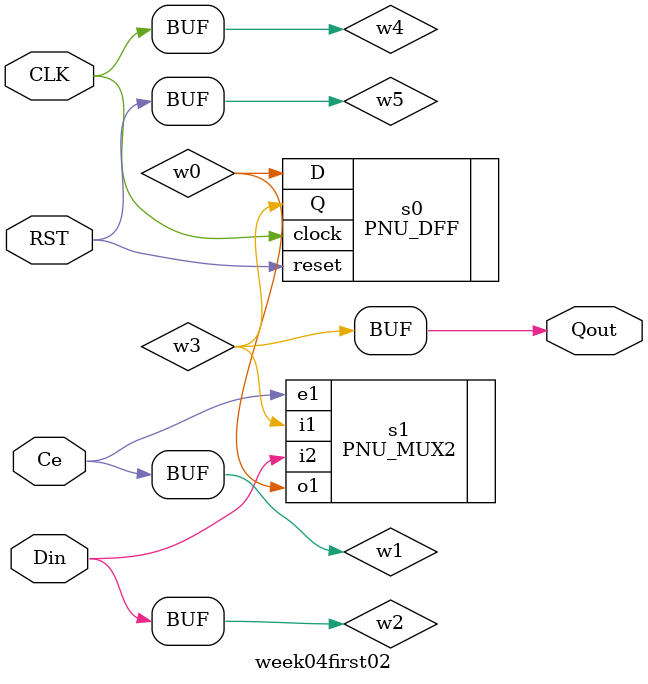
<source format=v>
module week04first02(Ce,Din,Qout,CLK,RST);

input Ce;
input Din;
output Qout;
input CLK;
input RST;

wire  w0;
wire  w1;
wire  w2;
wire  w3;
wire  w4;
wire  w5;

assign w1 = Ce;
assign w2 = Din;
assign Qout = w3;
assign w4 = CLK;
assign w5 = RST;

PNU_DFF
     s0 (
      .D(w0),
      .Q(w3),
      .clock(w4),
      .reset(w5));

PNU_MUX2
     s1 (
      .o1(w0),
      .e1(w1),
      .i2(w2),
      .i1(w3));

endmodule


</source>
